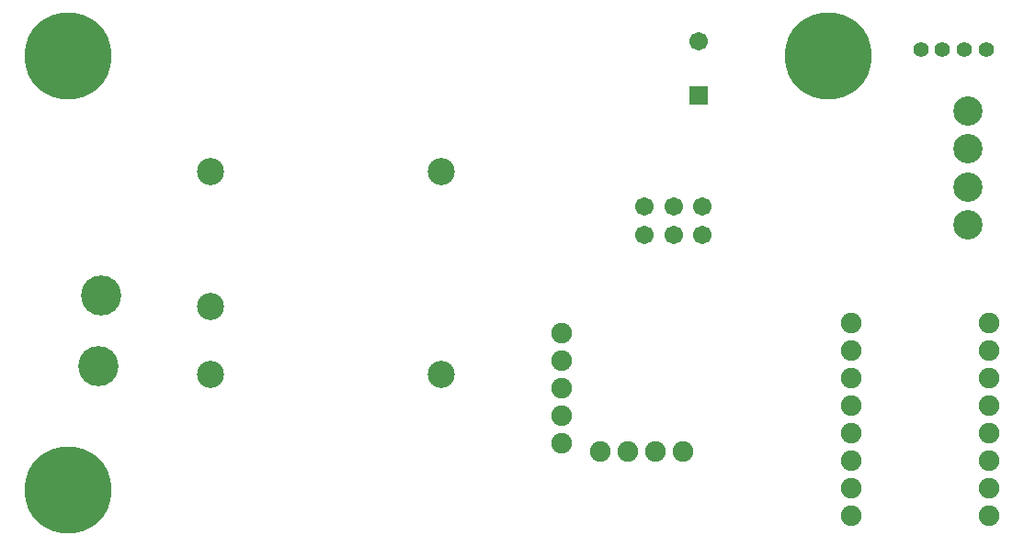
<source format=gbs>
G04*
G04 #@! TF.GenerationSoftware,Altium Limited,Altium Designer,20.1.12 (249)*
G04*
G04 Layer_Color=16711935*
%FSLAX25Y25*%
%MOIN*%
G70*
G04*
G04 #@! TF.SameCoordinates,A6E25834-E18E-4168-B90B-242D5B1D2A4A*
G04*
G04*
G04 #@! TF.FilePolarity,Negative*
G04*
G01*
G75*
%ADD24C,0.07493*%
%ADD25C,0.10642*%
%ADD26C,0.31496*%
%ADD27C,0.09855*%
%ADD28C,0.05524*%
%ADD29R,0.06706X0.06706*%
%ADD30C,0.06706*%
%ADD31C,0.14580*%
D24*
X198769Y-120181D02*
D03*
Y-130181D02*
D03*
Y-140181D02*
D03*
Y-150181D02*
D03*
Y-160181D02*
D03*
X242769Y-163181D02*
D03*
X232769D02*
D03*
X222769D02*
D03*
X212769D02*
D03*
X303752Y-116681D02*
D03*
Y-126681D02*
D03*
Y-136681D02*
D03*
Y-146681D02*
D03*
Y-156681D02*
D03*
Y-186681D02*
D03*
Y-176681D02*
D03*
Y-166681D02*
D03*
X353752Y-116681D02*
D03*
Y-126681D02*
D03*
Y-136681D02*
D03*
Y-146681D02*
D03*
Y-156681D02*
D03*
Y-186681D02*
D03*
Y-176681D02*
D03*
Y-166681D02*
D03*
D25*
X346142Y-39622D02*
D03*
Y-53402D02*
D03*
Y-80961D02*
D03*
Y-67181D02*
D03*
D26*
X19685Y-19685D02*
D03*
X295276D02*
D03*
X19685Y-177165D02*
D03*
D27*
X71269Y-135335D02*
D03*
Y-110728D02*
D03*
X154931Y-135335D02*
D03*
Y-61516D02*
D03*
X71269D02*
D03*
D28*
X329016Y-17181D02*
D03*
X352638D02*
D03*
X336890D02*
D03*
X344764D02*
D03*
D29*
X248269Y-34024D02*
D03*
D30*
Y-14339D02*
D03*
X249769Y-84681D02*
D03*
X239269Y-74181D02*
D03*
Y-84681D02*
D03*
X228769Y-74181D02*
D03*
Y-84681D02*
D03*
X249769Y-74181D02*
D03*
D31*
X31769Y-106575D02*
D03*
X30769Y-132181D02*
D03*
M02*

</source>
